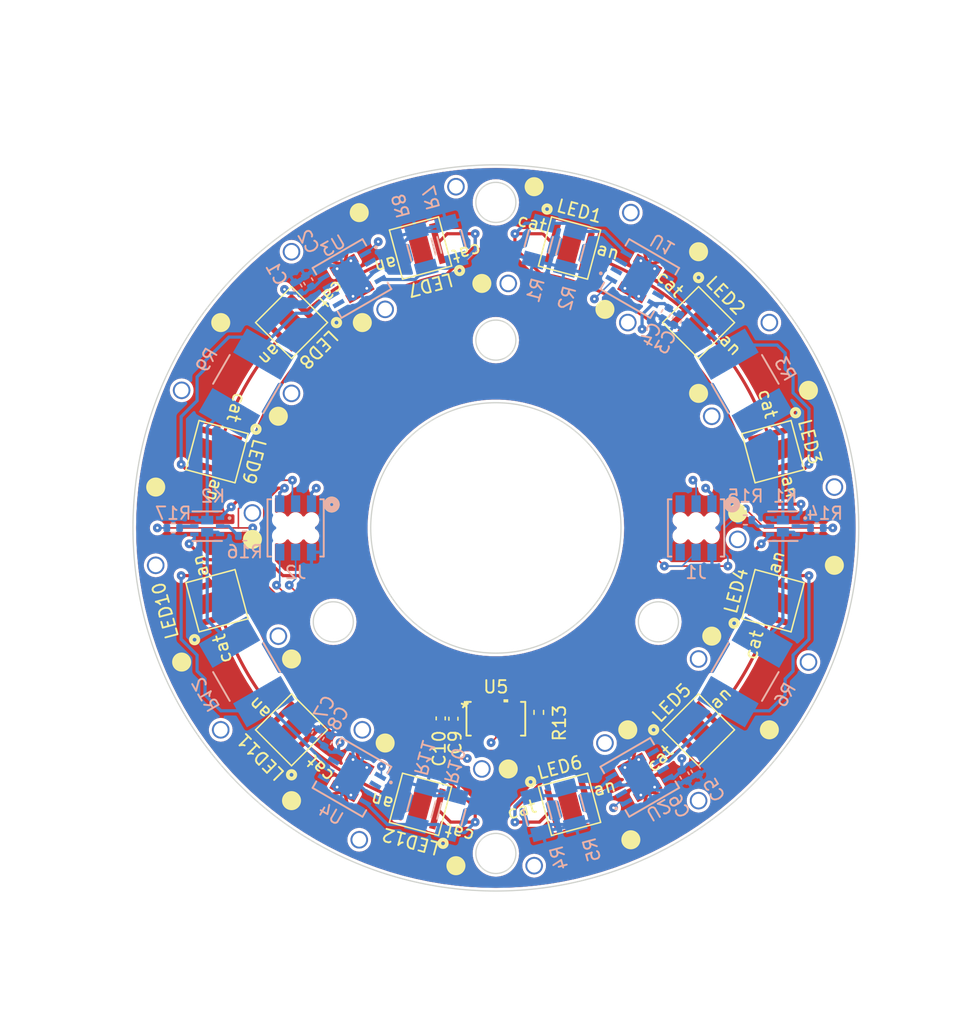
<source format=kicad_pcb>
(kicad_pcb (version 20221018) (generator pcbnew)
  (layers (0 "F.Cu" mixed) (1 "In1.Cu" mixed) (2 "In2.Cu" mixed) (31 "B.Cu" mixed) (34 "B.Paste" user) (35 "F.Paste" user) (36 "B.SilkS" user "B.Silkscreen") (37 "F.SilkS" user "F.Silkscreen") (38 "B.Mask" user) (39 "F.Mask" user) (44 "Edge.Cuts" user))
  (net 0 "")
  (net 1 "LED_GND")
  (net 2 "+Vs_For_LED_Drivers")
  (net 3 "Net-(K1-S1)")
  (net 4 "LED_REF_INV")
  (net 5 "Net-(U1-Q)")
  (net 6 "Net-(LED1-Pad1)")
  (net 7 "Net-(LED2-Pad1)")
  (net 8 "PWM_DIM")
  (net 12 "Net-(U2-Q)")
  (net 13 "Net-(K1-S2)")
  (net 14 "Net-(K2-S1)")
  (net 15 "Net-(U4-Q)")
  (net 16 "Net-(K2-S2)")
  (net 17 "Net-(U3-Q)")
  (net 18 "Net-(LED7-Pad1)")
  (net 19 "Net-(LED8-Pad1)")
  (net 20 "Net-(LED10-Pad2)")
  (net 21 "Net-(LED11-Pad2)")
  (net 31 "Net-(LED4-Pad2)")
  (net 32 "Net-(LED5-Pad2)")
  (net 33 "3V3")
  (net 34 "SDA")
  (net 35 "SCL")
  (net 36 "INT")
  (net 37 "Net-(U5-XSHUT)")
  (net 41 "Net-(K1-D2-Pad3)")
  (net 42 "Net-(K1-D1-Pad6)")
  (net 43 "Net-(K2-D2-Pad3)")
  (net 44 "Net-(K2-D1-Pad6)")
  (net 45 "Net-(K1-G2)")
  (net 46 "Net-(K1-G1)")
  (net 47 "Net-(K2-G2)")
  (net 48 "Net-(K2-G1)")
  (footprint "Library:HFS_LED" (layer "F.Cu") (at 5.8882 -22.3542 -15)
    (fp_text reference "LED1")
    (fp_text value "XPEBRY-L1-R250-00P01")
  )
  (footprint "Library:HFS_LED" (layer "F.Cu") (at -6.0174 22.0784 165)
    (fp_text reference "LED12")
    (fp_text value "XPEBRY-L1-R250-00P01")
  )
  (footprint "Library:HFS_LED" (layer "F.Cu") (at -22.2809 5.8149 105)
    (fp_text reference "LED10")
    (fp_text value "XPEBRY-L1-R250-00P01")
  )
  (footprint "Library:HFS_LED" (layer "F.Cu") (at -16.3281 -16.4014 -135)
    (fp_text reference "LED8")
    (fp_text value "XPEBRY-L1-R250-00P01")
  )
  (footprint "Library:HFS_LED" (layer "F.Cu") (at 22.1517 -6.0908 -75)
    (fp_text reference "LED3")
    (fp_text value "XPEBRY-L1-R250-00P01")
  )
  (footprint "Library:HFS_LED" (layer "F.Cu") (at 5.8882 22.0784 15)
    (fp_text reference "LED6")
    (fp_text value "XPEBRY-L1-R250-00P01")
  )
  (footprint "Library:HFS_LED" (layer "F.Cu") (at -22.2809 -6.0908 -105)
    (fp_text reference "LED9")
    (fp_text value "XPEBRY-L1-R250-00P01")
  )
  (footprint "Library:HFS_LED" (layer "F.Cu") (at 16.1989 16.1255 45)
    (fp_text reference "LED5")
    (fp_text value "XPEBRY-L1-R250-00P01")
  )
  (footprint "Capacitor_SMD:C_0402_1005Metric" (layer "F.Cu") (at -3.391 15.24 90)
    (fp_text reference "C9")
    (fp_text value "100nF")
  )
  (footprint "Library:HFS_LED" (layer "F.Cu") (at 22.1517 5.8149 75)
    (fp_text reference "LED4")
    (fp_text value "XPEBRY-L1-R250-00P01")
  )
  (footprint "Library:HFS_LED" (layer "F.Cu") (at -6.0174 -22.3542 -165)
    (fp_text reference "LED7")
    (fp_text value "XPEBRY-L1-R250-00P01")
  )
  (footprint "Capacitor_SMD:C_0402_1005Metric" (layer "F.Cu") (at -4.407 15.212 90)
    (fp_text reference "C10")
    (fp_text value "4700nF")
  )
  (footprint "Resistor_SMD:R_0402_1005Metric" (layer "F.Cu") (at 3.429 14.732 90)
    (fp_text reference "R13")
    (fp_text value "1k")
  )
  (footprint "Library:HFS_LED" (layer "F.Cu") (at -16.328 16.1255 135)
    (fp_text reference "LED11")
    (fp_text value "XPEBRY-L1-R250-00P01")
  )
  (footprint "Library:HFS_LED" (layer "F.Cu") (at 16.1989 -16.4014 -45)
    (fp_text reference "LED2")
    (fp_text value "XPEBRY-L1-R250-00P01")
  )
  (footprint "footprints:LGA12_STM" (layer "F.Cu") (at 0 15.24)
    (fp_text reference "U5")
    (fp_text value "VL53L0CXV0DH/1")
  )
  (footprint "footprints:RES_3540_TEC" (layer "B.Cu") (at 19.9186 -11.5 120)
    (fp_text reference "R3")
    (fp_text value "354010RFT")
  )
  (footprint "Resistor_SMD:R_0402_1005Metric" (layer "B.Cu") (at -25.781 0 180)
    (fp_text reference "R17")
    (fp_text value "1")
  )
  (footprint "footprints:DRJ8_3X2P2" (layer "B.Cu") (at 11.5 19.9186 30)
    (fp_text reference "U2")
    (fp_text value "TL4242TDRJRQ1")
  )
  (footprint "footprints:BO_CR1206" (layer "B.Cu") (at 5.9528 22.2163 -75)
    (fp_text reference "R5")
    (fp_text value "CRM1206-JW-1R0ELF")
  )
  (footprint "footprints:PQFN6_IRLHS6376TRPBF_INF" (layer "B.Cu") (at 22.9354 -0.1379 180)
    (fp_text reference "K1")
    (fp_text value "IRLHS6376TRPBF")
  )
  (footprint "footprints:BO_CR1206" (layer "B.Cu") (at -3.556 -22.86 105)
    (fp_text reference "R7")
    (fp_text value "CRM1206-JW-1R0ELF")
  )
  (footprint "footprints:CONN_CLP-103-02-X-D-BE_SAI" (layer "B.Cu") (at 16 0 180)
    (fp_text reference "J1")
    (fp_text value "CLP-103-02-F-D-BE")
  )
  (footprint "footprints:BO_CR1206" (layer "B.Cu") (at -3.556 22.86 75)
    (fp_text reference "R10")
    (fp_text value "CRM1206-JW-1R0ELF")
  )
  (footprint "footprints:RES_3540_TEC" (layer "B.Cu") (at 19.918584 11.5 -120)
    (fp_text reference "R6")
    (fp_text value "354010RFT")
  )
  (footprint "Resistor_SMD:R_0402_1005Metric" (layer "B.Cu") (at 25.654 0 180)
    (fp_text reference "R14")
    (fp_text value "1")
  )
  (footprint "Resistor_SMD:R_0402_1005Metric" (layer "B.Cu") (at -20.066 0.635 180)
    (fp_text reference "R16")
    (fp_text value "1")
  )
  (footprint "footprints:RES_3540_TEC" (layer "B.Cu") (at -19.918584 11.5 120)
    (fp_text reference "R12")
    (fp_text value "354010RFT")
  )
  (footprint "Capacitor_SMD:C_0402_1005Metric" (layer "B.Cu") (at 15.0822 19.7712 120)
    (fp_text reference "C6")
    (fp_text value "0.1uF")
  )
  (footprint "footprints:DRJ8_3X2P2" (layer "B.Cu") (at -11.5 -19.9186 -150)
    (fp_text reference "U3")
    (fp_text value "TL4242TDRJRQ1")
  )
  (footprint "footprints:BO_CR1206" (layer "B.Cu") (at 5.9528 -22.2163 -105)
    (fp_text reference "R2")
    (fp_text value "CRM1206-JW-1R0ELF")
  )
  (footprint "Capacitor_SMD:C_0402_1005Metric" (layer "B.Cu") (at 15.9621 19.2632 120)
    (fp_text reference "C5")
    (fp_text value "4.7uF")
  )
  (footprint "Capacitor_SMD:C_0402_1005Metric" (layer "B.Cu") (at -13.4711 17.018 -120)
    (fp_text reference "C8")
    (fp_text value "4.7uF")
  )
  (footprint "Capacitor_SMD:C_0402_1005Metric" (layer "B.Cu") (at -15.8659 -19.177 -60)
    (fp_text reference "C1")
    (fp_text value "4.7uF")
  )
  (footprint "footprints:DRJ8_3X2P2" (layer "B.Cu") (at -11.5 19.9186 150)
    (fp_text reference "U4")
    (fp_text value "TL4242TDRJRQ1")
  )
  (footprint "Capacitor_SMD:C_0402_1005Metric" (layer "B.Cu") (at 13.589 -17.145 60)
    (fp_text reference "C4")
    (fp_text value "0.1uF")
  )
  (footprint "footprints:CONN_CLP-103-02-X-D-BE_SAI" (layer "B.Cu") (at -16 0 180)
    (fp_text reference "J2")
    (fp_text value "CLP-103-02-F-D-BE")
  )
  (footprint "Capacitor_SMD:C_0402_1005Metric" (layer "B.Cu") (at -14.986 -19.685 -60)
    (fp_text reference "C2")
    (fp_text value "0.1uF")
  )
  (footprint "footprints:BO_CR1206" (layer "B.Cu") (at -5.9528 -22.2163 105)
    (fp_text reference "R8")
    (fp_text value "CRM1206-JW-1R0ELF")
  )
  (footprint "Capacitor_SMD:C_0402_1005Metric" (layer "B.Cu") (at 14.4689 -16.637 60)
    (fp_text reference "C3")
    (fp_text value "4.7uF")
  )
  (footprint "footprints:BO_CR1206" (layer "B.Cu") (at -5.9528 22.2163 75)
    (fp_text reference "R11")
    (fp_text value "CRM1206-JW-1R0ELF")
  )
  (footprint "footprints:BO_CR1206" (layer "B.Cu") (at 3.3241 22.86 -75)
    (fp_text reference "R4")
    (fp_text value "CRM1206-JW-1R0ELF")
  )
  (footprint "Resistor_SMD:R_0402_1005Metric" (layer "B.Cu") (at 19.939 -0.635 180)
    (fp_text reference "R15")
    (fp_text value "1")
  )
  (footprint "Capacitor_SMD:C_0402_1005Metric" (layer "B.Cu") (at -14.351 16.51 -120)
    (fp_text reference "C7")
    (fp_text value "0.1uF")
  )
  (footprint "footprints:PQFN6_IRLHS6376TRPBF_INF" (layer "B.Cu") (at -23.0646 -0.1379 180)
    (fp_text reference "K2")
    (fp_text value "IRLHS6376TRPBF")
  )
  (footprint "footprints:RES_3540_TEC" (layer "B.Cu") (at -19.918584 -11.5 60)
    (fp_text reference "R9")
    (fp_text value "354010RFT")
  )
  (footprint "footprints:DRJ8_3X2P2" (layer "B.Cu") (at 11.5 -19.9186 -30)
    (fp_text reference "U1")
    (fp_text value "TL4242TDRJRQ1")
  )
  (footprint "footprints:BO_CR1206" (layer "B.Cu") (at 3.429 -22.86 -105)
    (fp_text reference "R1")
    (fp_text value "CRM1206-JW-1R0ELF")
  )
  (gr_circle (center 0 0) (end 10 0) (stroke (width 0.1)) (fill none) (layer "Edge.Cuts"))
  (gr_circle (center 12.990381 7.5) (end 12.576271 5.954519) (stroke (width 0.1)) (fill none) (layer "Edge.Cuts"))
  (gr_circle (center 0 26) (end -0.41411 24.454519) (stroke (width 0.1)) (fill none) (layer "Edge.Cuts"))
  (gr_circle (center -12.990381 7.5) (end -13.404491 5.954519) (stroke (width 0.1)) (fill none) (layer "Edge.Cuts"))
  (gr_circle (center 0 -15) (end -0.41411 -16.545481) (stroke (width 0.1)) (fill none) (layer "Edge.Cuts"))
  (gr_circle (center 0 0) (end 28.011849 7.505752) (stroke (width 0.1)) (fill none) (layer "Edge.Cuts"))
  (gr_circle (center 0 -26) (end -0.41411 -27.545481) (stroke (width 0.1)) (fill none) (layer "Edge.Cuts"))
  (segment (start -10.632574 -18.818748) (end -10.315074 -19.136248) (width 0.254) (layer "F.Cu") (net 1))
  (segment (start 11.585074 -21.335952) (end 11.8175 -21.335952) (width 0.254) (layer "F.Cu") (net 1))
  (segment (start 10.315074 -19.136248) (end 10.779926 -19.136248) (width 0.254) (layer "F.Cu") (net 1))
  (segment (start 10.632574 18.818748) (end 10.315074 19.136248) (width 0.254) (layer "F.Cu") (net 1))
  (segment (start -1.27 15.24) (end -1.599999 15.24) (width 0.254) (layer "F.Cu") (net 1))
  (segment (start -10.315074 19.136248) (end -10.5475 19.136248) (width 0.254) (layer "F.Cu") (net 1))
  (segment (start 11.8175 -21.335952) (end 12.135 -21.018452) (width 0.254) (layer "F.Cu") (net 1))
  (segment (start 10.5475 -19.136248) (end 10.865 -18.818748) (width 0.254) (layer "F.Cu") (net 1))
  (segment (start 1.27 15.24) (end 1.599999 15.24) (width 0.254) (layer "F.Cu") (net 1))
  (segment (start -3.391 15.72) (end -2.794 15.72) (width 0.254) (layer "F.Cu") (net 1))
  (segment (start -11.585074 -21.335952) (end -11.8175 -21.335952) (width 0.254) (layer "F.Cu") (net 1))
  (segment (start 11.585074 21.335952) (end 12.049926 21.335952) (width 0.254) (layer "F.Cu") (net 1))
  (segment (start 10.779926 19.136248) (end 11.414926 18.501248) (width 0.254) (layer "F.Cu") (net 1))
  (segment (start -11.414926 18.501248) (end -10.950074 18.501248) (width 0.254) (layer "F.Cu") (net 1))
  (segment (start 12.135 21.018452) (end 11.902574 21.018452) (width 0.254) (layer "F.Cu") (net 1))
  (segment (start -11.8175 -21.335952) (end -12.135 -21.018452) (width 0.254) (layer "F.Cu") (net 1))
  (segment (start 0.800001 14.770001) (end 1.27 15.24) (width 0.254) (layer "F.Cu") (net 1))
  (segment (start -1.599999 15.24) (end -2.314 15.24) (width 0.254) (layer "F.Cu") (net 1))
  (segment (start -12.220074 20.700952) (end -11.585074 21.335952) (width 0.254) (layer "F.Cu") (net 1))
  (segment (start 0.800001 14.439999) (end 0.800001 14.770001) (width 0.254) (layer "F.Cu") (net 1))
  (segment (start -12.4525 20.700952) (end -12.135 21.018452) (width 0.254) (layer "F.Cu") (net 1))
  (segment (start -10.5475 19.136248) (end -10.865 18.818748) (width 0.254) (layer "F.Cu") (net 1))
  (segment (start -3.419 15.692) (end -3.391 15.72) (width 0.254) (layer "F.Cu") (net 1))
  (segment (start 11.902574 21.018452) (end 11.585074 21.335952) (width 0.254) (layer "F.Cu") (net 1))
  (segment (start -10.865 -18.818748) (end -10.632574 -18.818748) (width 0.254) (layer "F.Cu") (net 1))
  (segment (start 10.865 18.818748) (end 10.632574 18.818748) (width 0.254) (layer "F.Cu") (net 1))
  (segment (start -10.950074 -18.501248) (end -10.315074 -19.136248) (width 0.254) (layer "F.Cu") (net 1))
  (segment (start -12.220074 -20.700952) (end -11.585074 -21.335952) (width 0.254) (layer "F.Cu") (net 1))
  (segment (start -2.314 15.24) (end -2.794 15.72) (width 0.254) (layer "F.Cu") (net 1))
  (segment (start -0.800001 14.770001) (end -1.27 15.24) (width 0.254) (layer "F.Cu") (net 1))
  (segment (start 10.315074 -19.136248) (end 10.5475 -19.136248) (width 0.254) (layer "F.Cu") (net 1))
  (segment (start 12.049926 -21.335952) (end 12.684926 -20.700952) (width 0.254) (layer "F.Cu") (net 1))
  (segment (start 12.049926 21.335952) (end 12.684926 20.700952) (width 0.254) (layer "F.Cu") (net 1))
  (segment (start -12.684926 20.700952) (end -12.4525 20.700952) (width 0.254) (layer "F.Cu") (net 1))
  (segment (start -0.800001 14.439999) (end -0.800001 14.770001) (width 0.254) (layer "F.Cu") (net 1))
  (segment (start 10.315074 19.136248) (end 10.779926 19.136248) (width 0.254) (layer "F.Cu") (net 1))
  (segment (start -4.407 15.692) (end -3.419 15.692) (width 0.254) (layer "F.Cu") (net 1))
  (segment (start -11.414926 -18.501248) (end -10.950074 -18.501248) (width 0.254) (layer "F.Cu") (net 1))
  (segment (start -0.8 14.44) (end 0.8 14.44) (width 0.254) (layer "F.Cu") (net 1))
  (segment (start -12.684926 -20.700952) (end -12.220074 -20.700952) (width 0.254) (layer "F.Cu") (net 1))
  (segment (start 11.585074 -21.335952) (end 12.049926 -21.335952) (width 0.254) (layer "F.Cu") (net 1))
  (segment (start -12.684926 20.700952) (end -12.220074 20.700952) (width 0.254) (layer "F.Cu") (net 1))
  (segment (start -10.950074 18.501248) (end -10.315074 19.136248) (width 0.254) (layer "F.Cu") (net 1))
  (segment (start 10.779926 -19.136248) (end 11.414926 -18.501248) (width 0.254) (layer "F.Cu") (net 1))
  (segment (start -15.226 -20.100692) (end -15.205308 -20.100692) (width 0.254) (layer "B.Cu") (net 1))
  (segment (start 15.8302 19.678892) (end 15.3222 20.186892) (width 0.254) (layer "B.Cu") (net 1))
  (segment (start 15.3222 20.186892) (end 14.992108 20.186892) (width 0.254) (layer "B.Cu") (net 1))
  (segment (start 14.992108 20.186892) (end 14.224 20.955) (width 0.254) (layer "B.Cu") (net 1))
  (segment (start -16.1059 -19.592692) (end -15.734 -19.592692) (width 0.254) (layer "B.Cu") (net 1))
  (segment (start -4.59414 -23.688371) (end -3.95044 -24.332071) (width 0.254) (layer "B.Cu") (net 1))
  (segment (start -6.34724 -23.688371) (end -4.59414 -23.688371) (width 0.254) (layer "B.Cu") (net 1))
  (segment (start -12.938974 -20.955) (end -12.684926 -20.700952) (width 0.254) (layer "B.Cu") (net 1))
  (segment (start -13.2311 16.602308) (end -13.138792 16.51) (width 0.254) (layer "B.Cu") (net 1))
  (segment (start -15.205308 -20.100692) (end -14.351 -20.955) (width 0.254) (layer "B.Cu") (net 1))
  (segment (start 10.883876 20.534724) (end 11.5 19.9186) (width 0.254) (layer "B.Cu") (net 1))
  (segment (start -6.34724 -23.688371) (end -6.479197 -23.688371) (width 0.254) (layer "B.Cu") (net 1))
  (segment (start 12.938974 20.955) (end 12.684926 20.700952) (width 0.254) (layer "B.Cu") (net 1))
  (segment (start 16.2021 19.678892) (end 15.8302 19.678892) (width 0.254) (layer "B.Cu") (net 1))
  (segment (start 14.2289 -16.221308) (end 13.857 -16.221308) (width 0.254) (layer "B.Cu") (net 1))
  (segment (start 9.632844 20.534724) (end 10.883876 20.534724) (width 0.254) (layer "B.Cu") (net 1))
  (segment (start -10.032843 21.227542) (end -10.191058 21.227542) (width 0.254) (layer "B.Cu") (net 1))
  (segment (start -3.16156 21.387929) (end -4.91466 21.387929) (width 0.254) (layer "B.Cu") (net 1))
  (segment (start -13.7391 16.094308) (end -13.2311 16.602308) (width 0.254) (layer "B.Cu") (net 1))
  (segment (start 4.36224 23.688371) (end 3.71854 24.332071) (width 0.254) (layer "B.Cu") (net 1))
  (segment (start -14.111 16.094308) (end -13.7391 16.094308) (width 0.254) (layer "B.Cu") (net 1))
  (segment (start -6.479197 -23.688371) (end -9.632844 -20.534724) (width 0.254) (layer "B.Cu") (net 1))
  (segment (start -15.734 -19.592692) (end -15.226 -20.100692) (width 0.254) (layer "B.Cu") (net 1))
  (segment (start -9.632844 -20.534724) (end -10.315074 -19.852494) (width 0.254) (layer "B.Cu") (net 1))
  (segment (start -10.191058 21.227542) (end -11.5 19.9186) (width 0.254) (layer "B.Cu") (net 1))
  (segment (start 14.224 20.955) (end 12.938974 20.955) (width 0.254) (layer "B.Cu") (net 1))
  (segment (start -13.138792 16.51) (end -12.192 16.51) (width 0.254) (layer "B.Cu") (net 1))
  (segment (start -4.91466 21.387929) (end -5.55836 20.744229) (width 0.254) (layer "B.Cu") (net 1))
  (segment (start -11.414926 17.287074) (end -11.414926 18.501248) (width 0.254) (layer "B.Cu") (net 1))
  (segment (start 6.34724 23.688371) (end 4.36224 23.688371) (width 0.254) (layer "B.Cu") (net 1))
  (segment (start 13.857 -16.221308) (end 13.349 -16.729308) (width 0.254) (layer "B.Cu") (net 1))
  (segment (start -10.315074 -19.852494) (end -10.315074 -19.136248) (width 0.254) (layer "B.Cu") (net 1))
  (segment (start -14.351 -20.955) (end -12.938974 -20.955) (width 0.254) (layer "B.Cu") (net 1))
  (segment (start -12.192 16.51) (end -11.414926 17.287074) (width 0.254) (layer "B.Cu") (net 1))
  (via (at -12.446 17.145) (size 0.7) (drill 0.2032) (layers "F.Cu" "B.Cu") (net 2))
  (via (at -16.891 -19.05) (size 0.7) (drill 0.2032) (layers "F.Cu" "B.Cu") (net 2))
  (via (at 16.764 -3.175) (size 0.7) (drill 0.2032) (layers "F.Cu" "B.Cu") (net 2))
  (via (at 14.859 18.415) (size 0.7) (drill 0.2032) (layers "F.Cu" "B.Cu") (net 2))
  (via (at -14.351 -3.175) (size 0.7) (drill 0.2032) (layers "F.Cu" "B.Cu") (net 2))
  (via (at 11.684 -15.875) (size 0.7) (drill 0.2032) (layers "F.Cu" "B.Cu") (net 2))
  (segment (start -14.493145 -19.269308) (end -13.767156 -19.995297) (width 0.254) (layer "B.Cu") (net 2))
  (segment (start 17.27 -2.669) (end 16.764 -3.175) (width 0.254) (layer "B.Cu") (net 2))
  (segment (start 14.337 -17.052692) (end 13.829 -17.560692) (width 0.254) (layer "B.Cu") (net 2))
  (segment (start -12.567156 17.916837) (end -12.567156 17.266156) (width 0.254) (layer "B.Cu") (net 2))
  (segment (start -14.591 16.925692) (end -14.2191 16.925692) (width 0.254) (layer "B.Cu") (net 2))
  (segment (start -16.602308 -18.761308) (end -16.891 -19.05) (width 0.254) (layer "B.Cu") (net 2))
  (segment (start 15.3502 18.847508) (end 14.8422 19.355508) (width 0.254) (layer "B.Cu") (net 2))
  (segment (start 14.8422 19.355508) (end 14.859 19.338708) (width 0.254) (layer "B.Cu") (net 2))
  (segment (start -14.2191 16.925692) (end -13.7111 17.433692) (width 0.254) (layer "B.Cu") (net 2))
  (segment (start 11.684 -17.033681) (end 12.567156 -17.916837) (width 0.254) (layer "B.Cu") (net 2))
  (segment (start -12.567156 17.916837) (end -13.227955 17.916837) (width 0.254) (layer "B.Cu") (net 2))
  (segment (start 17.27 -1.93675) (end 17.27 -2.669) (width 0.254) (layer "B.Cu") (net 2))
  (segment (start 14.859 19.338708) (end 14.859 18.415) (width 0.254) (layer "B.Cu") (net 2))
  (segment (start 12.567156 -17.916837) (end 13.472855 -17.916837) (width 0.254) (layer "B.Cu") (net 2))
  (segment (start -14.73 -2.796) (end -14.351 -3.175) (width 0.254) (layer "B.Cu") (net 2))
  (segment (start 13.767156 19.995297) (end 14.202411 19.995297) (width 0.254) (layer "B.Cu") (net 2))
  (segment (start 11.684 -15.875) (end 11.684 -17.033681) (width 0.254) (layer "B.Cu") (net 2))
  (segment (start -15.254 -18.761308) (end -14.746 -19.269308) (width 0.254) (layer "B.Cu") (net 2))
  (segment (start 13.472855 -17.916837) (end 13.829 -17.560692) (width 0.254) (layer "B.Cu") (net 2))
  (segment (start 14.7089 -17.052692) (end 14.337 -17.052692) (width 0.254) (layer "B.Cu") (net 2))
  (segment (start 14.202411 19.995297) (end 14.8422 19.355508) (width 0.254) (layer "B.Cu") (net 2))
  (segment (start -13.227955 17.916837) (end -13.7111 17.433692) (width 0.254) (layer "B.Cu") (net 2))
  (segment (start 15.7221 18.847508) (end 15.3502 18.847508) (width 0.254) (layer "B.Cu") (net 2))
  (segment (start -14.746 -19.269308) (end -14.493145 -19.269308) (width 0.254) (layer "B.Cu") (net 2))
  (segment (start -12.567156 17.266156) (end -12.446 17.145) (width 0.254) (layer "B.Cu") (net 2))
  (segment (start -15.6259 -18.761308) (end -16.602308 -18.761308) (width 0.254) (layer "B.Cu") (net 2))
  (segment (start -15.6259 -18.761308) (end -15.254 -18.761308) (width 0.254) (layer "B.Cu") (net 2))
  (segment (start -14.73 -1.93675) (end -14.73 -2.796) (width 0.254) (layer "B.Cu") (net 2))
  (segment (start 4.538802 -22.71577) (end 3.759572 -23.495) (width 0.254) (layer "F.Cu") (net 3))
  (segment (start 22.281965 -1.905) (end 20.249552 -3.937413) (width 0.254) (layer "F.Cu") (net 3))
  (segment (start 3.759572 -23.495) (end 1.524 -23.495) (width 0.254) (layer "F.Cu") (net 3))
  (segment (start 24.384 -1.905) (end 22.281965 -1.905) (width 0.254) (layer "F.Cu") (net 3))
  (segment (start 1.524 -22.352001) (end 3.556002 -20.319999) (width 0.254) (layer "F.Cu") (net 3))
  (segment (start 1.524 -23.495) (end 1.524 -22.352001) (width 0.254) (layer "F.Cu") (net 3))
  (via (at 24.384 -1.905) (size 0.7) (drill 0.2032) (layers "F.Cu" "B.Cu") (net 3))
  (via (at 1.524 -23.495) (size 0.7) (drill 0.2032) (layers "F.Cu" "B.Cu") (net 3))
  (arc (start 3.556002 -20.319999) (mid 14.448993 -14.723252) (end 20.249552 -3.937413) (width 0.254) (layer "F.Cu") (net 3))
  (segment (start 23.9641 -0.787899) (end 24.384 -1.207799) (width 0.254) (layer "B.Cu") (net 3))
  (segment (start 5.70354 -24.332071) (end 6.34724 -23.688371) (width 0.254) (layer "B.Cu") (net 3))
  (segment (start 8.664836 -23.688371) (end 10.432844 -21.920363) (width 0.254) (layer "B.Cu") (net 3))
  (segment (start 1.524 -23.495) (end 2.361071 -24.332071) (width 0.254) (layer "B.Cu") (net 3))
  (segment (start 3.82344 -24.332071) (end 5.70354 -24.332071) (width 0.254) (layer "B.Cu") (net 3))
  (segment (start 6.34724 -23.688371) (end 8.664836 -23.688371) (width 0.254) (layer "B.Cu") (net 3))
  (segment (start 24.384 -1.207799) (end 24.384 -1.905) (width 0.254) (layer "B.Cu") (net 3))
  (segment (start 2.361071 -24.332071) (end 3.82344 -24.332071) (width 0.254) (layer "B.Cu") (net 3))
  (segment (start 13.462 3.048) (end 12.446 2.032) (width 0.127) (layer "F.Cu") (net 4))
  (segment (start 12.446 -5.334) (end 5.842 -11.938) (width 0.127) (layer "F.Cu") (net 4))
  (segment (start 21.463 0) (end 26.924 0) (width 0.127) (layer "F.Cu") (net 4))
  (segment (start -20.574 0) (end -19.431 0) (width 0.127) (layer "F.Cu") (net 4))
  (segment (start -5.842 -11.938) (end -11.938 -5.842) (width 0.127) (layer "F.Cu") (net 4))
  (segment (start -20.574 -1.524) (end -20.574 0) (width 0.127) (layer "F.Cu") (net 4))
  (segment (start 19.939 -1.524) (end 21.463 0) (width 0.127) (layer "F.Cu") (net 4))
  (segment (start -27.051 0) (end -20.574 0) (width 0.127) (layer "F.Cu") (net 4))
  (segment (start 12.446 2.032) (end 12.446 -5.334) (width 0.127) (layer "F.Cu") (net 4))
  (segment (start -11.938 -5.842) (end -16.256 -5.842) (width 0.127) (layer "F.Cu") (net 4))
  (segment (start -16.256 -5.842) (end -20.574 -1.524) (width 0.127) (layer "F.Cu") (net 4))
  (segment (start 5.842 -11.938) (end -5.842 -11.938) (width 0.127) (layer "F.Cu") (net 4))
  (segment (start 13.462 3.048) (end 18.542 3.048) (width 0.127) (layer "F.Cu") (net 4))
  (via (at -19.431 0) (size 0.7) (drill 0.2032) (layers "F.Cu" "B.Cu") (net 4))
  (via (at -27.051 0) (size 0.7) (drill 0.2032) (layers "F.Cu" "B.Cu") (net 4))
  (via (at 19.939 -1.524) (size 0.7) (drill 0.2032) (layers "F.Cu" "B.Cu") (net 4))
  (via (at 18.542 3.048) (size 0.7) (drill 0.2032) (layers "F.Cu" "B.Cu") (net 4))
  (via (at 13.462 3.048) (size 0.7) (drill 0.2032) (layers "F.Cu" "B.Cu") (net 4))
  (via (at 26.924 0) (size 0.7) (drill 0.2032) (layers "F.Cu" "B.Cu") (net 4))
  (segment (start 18.542 3.048) (end 18.542 2.286) (width 0.127) (layer "B.Cu") (net 4))
  (segment (start -19.431 0) (end -19.431 0.51) (width 0.127) (layer "B.Cu") (net 4))
  (segment (start 18.542 2.286) (end 18.288 2.032) (width 0.127) (layer "B.Cu") (net 4))
  (segment (start 19.939 -1.524) (end 19.939 -1.145) (width 0.127) (layer "B.Cu") (net 4))
  (segment (start 16 1.93675) (end 14.88875 3.048) (width 0.127) (layer "B.Cu") (net 4))
  (segment (start 18.923 -0.635) (end 19.429 -0.635) (width 0.127) (layer "B.Cu") (net 4))
  (segment (start 26.164 0) (end 26.924 0) (width 0.127) (layer "B.Cu") (net 4))
  (segment (start 19.939 -1.145) (end 19.429 -0.635) (width 0.127) (layer "B.Cu") (net 4))
  (segment (start -19.431 0.51) (end -19.556 0.635) (width 0.127) (layer "B.Cu") (net 4))
  (segment (start -26.291 0) (end -27.051 0) (width 0.127) (layer "B.Cu") (net 4))
  (segment (start 14.88875 3.048) (end 13.462 3.048) (width 0.127) (layer "B.Cu") (net 4))
  (segment (start 18.288 0) (end 18.923 -0.635) (width 0.127) (layer "B.Cu") (net 4))
  (segment (start 18.288 2.032) (end 18.288 0) (width 0.127) (layer "B.Cu") (net 4))
  (segment (start 22.51327 -4.741402) (end 24.680402 -4.741402) (width 0.254) (layer "F.Cu") (net 5))
  (segment (start 24.680402 -4.741402) (end 25.019 -5.08) (width 0.254) (layer "F.Cu") (net 5))
  (via (at 25.019 -5.08) (size 0.7) (drill 0.2032) (layers "F.Cu" "B.Cu") (net 5))
  (segment (start 25.019 -5.08) (end 25.019 -9.525) (width 0.254) (layer "B.Cu") (net 5))
  (segment (start 18.547 -13.875681) (end 18.547 -14.122632) (width 0.254) (layer "B.Cu") (net 5))
  (segment (start 23.114 -12.7) (end 23.114 -13.97) (width 0.254) (layer "B.Cu") (net 5))
  (segment (start 22.479 -14.605) (end 19.276319 -14.605) (width 0.254) (layer "B.Cu") (net 5))
  (segment (start 23.114 -13.97) (end 22.479 -14.605) (width 0.254) (layer "B.Cu") (net 5))
  (segment (start 23.749 -12.065) (end 23.114 -12.7) (width 0.254) (layer "B.Cu") (net 5))
  (segment (start 25.019 -9.525) (end 23.749 -10.795) (width 0.254) (layer "B.Cu") (net 5))
  (segment (start 23.749 -10.795) (end 23.749 -12.065) (width 0.254) (layer "B.Cu") (net 5))
  (segment (start 19.276319 -14.605) (end 18.547 -13.875681) (width 0.254) (layer "B.Cu") (net 5))
  (segment (start 18.547 -14.122632) (end 13.367156 -19.302476) (width 0.254) (layer "B.Cu") (net 5))
  (arc (start 7.197514 -21.843896) (mid 11.432975 -19.956127) (end 15.203673 -17.257121) (width 0.254) (layer "F.Cu") (net 6))
  (arc (start 17.155186 -15.318599) (mid 19.879318 -11.566013) (end 21.795336 -7.343256) (width 0.254) (layer "F.Cu") (net 7))
  (via (at 9.398 22.352) (size 0.7) (drill 0.2032) (layers "F.Cu" "B.Cu") (net 8))
  (via (at 7.874 -18.288) (size 0.7) (drill 0.2032) (layers "F.Cu" "B.Cu") (net 8))
  (via (at -9.144 19.05) (size 0.7) (drill 0.2032) (layers "F.Cu" "B.Cu") (net 8))
  (via (at -9.398 -22.86) (size 0.7) (drill 0.2032) (layers "F.Cu" "B.Cu") (net 8))
  (via (at 15.748 -3.81) (size 0.7) (drill 0.2032) (layers "F.Cu" "B.Cu") (net 8))
  (segment (start -10.337637 -21.920363) (end -9.398 -22.86) (width 0.127) (layer "B.Cu") (net 8))
  (segment (start 16 -3.558) (end 15.748 -3.81) (width 0.127) (layer "B.Cu") (net 8))
  (segment (start 9.829637 21.920363) (end 9.398 22.352) (width 0.127) (layer "B.Cu") (net 8))
  (segment (start -9.144 19.753059) (end -9.144 19.05) (width 0.127) (layer "B.Cu") (net 8))
  (segment (start 10.432844 21.920363) (end 9.829637 21.920363) (width 0.127) (layer "B.Cu") (net 8))
  (segment (start 16 -1.93675) (end 16 -3.558) (width 0.127) (layer "B.Cu") (net 8))
  (segment (start 9.232844 -19.646844) (end 7.874 -18.288) (width 0.127) (layer "B.Cu") (net 8))
  (segment (start -10.432844 -21.920363) (end -10.337637 -21.920363) (width 0.127) (layer "B.Cu") (net 8))
  (segment (start 9.232844 -19.841903) (end 9.232844 -19.646844) (width 0.127) (layer "B.Cu") (net 8))
  (segment (start -9.232844 19.841903) (end -9.144 19.753059) (width 0.127) (layer "B.Cu") (net 8))
  (segment (start 23.168772 3.81) (end 25.019 3.81) (width 0.254) (layer "F.Cu") (net 12))
  (segment (start 22.51327 4.465502) (end 23.168772 3.81) (width 0.254) (layer "F.Cu") (net 12))
  (via (at 25.019 3.81) (size 0.7) (drill 0.2032) (layers "F.Cu" "B.Cu") (net 12))
  (segment (start 23.749 10.16) (end 23.749 11.43) (width 0.254) (layer "B.Cu") (net 12))
  (segment (start 23.114 12.065) (end 23.114 13.335) (width 0.254) (layer "B.Cu") (net 12))
  (segment (start 23.114 13.335) (end 21.844 14.605) (width 0.254) (layer "B.Cu") (net 12))
  (segment (start 25.019 3.81) (end 25.019 8.89) (width 0.254) (layer "B.Cu") (net 12))
  (segment (start 13.813007 18.609658) (end 12.967157 18.609658) (width 0.254) (layer "B.Cu") (net 12))
  (segment (start 19.276303 14.605) (end 18.546984 13.875681) (width 0.254) (layer "B.Cu") (net 12))
  (segment (start 23.749 11.43) (end 23.114 12.065) (width 0.254) (layer "B.Cu") (net 12))
  (segment (start 18.546984 13.875681) (end 13.813007 18.609658) (width 0.254) (layer "B.Cu") (net 12))
  (segment (start 21.844 14.605) (end 19.276303 14.605) (width 0.254) (layer "B.Cu") (net 12))
  (segment (start 25.019 8.89) (end 23.749 10.16) (width 0.254) (layer "B.Cu") (net 12))
  (segment (start 4.538802 22.43997) (end 3.483772 23.495) (width 0.254) (layer "F.Cu") (net 13))
  (segment (start 20.320001 2.158999) (end 20.320001 3.331009) (width 0.254) (layer "F.Cu") (net 13))
  (segment (start 21.209 1.27) (end 20.320001 2.158999) (width 0.254) (layer "F.Cu") (net 13))
  (segment (start 3.937415 20.024559) (end 1.524 22.437974) (width 0.254) (layer "F.Cu") (net 13))
  (segment (start 3.483772 23.495) (end 1.524 23.495) (width 0.254) (layer "F.Cu") (net 13))
  (segment (start 1.524 22.437974) (end 1.524 23.495) (width 0.254) (layer "F.Cu") (net 13))
  (via (at 1.524 23.495) (size 0.7) (drill 0.2032) (layers "F.Cu" "B.Cu") (net 13))
  (via (at 21.209 1.27) (size 0.7) (drill 0.2032) (layers "F.Cu" "B.Cu") (net 13))
  (arc (start 20.320001 3.331009) (mid 14.723254 14.224) (end 3.937415 20.024559) (width 0.254) (layer "F.Cu") (net 13))
  (segment (start 2.92966 21.387929) (end 4.91466 21.387929) (width 0.254) (layer "B.Cu") (net 13))
  (segment (start 21.9067 0.512099) (end 21.9067 0.5723) (width 0.254) (layer "B.Cu") (net 13))
  (segment (start 21.9067 0.5723) (end 21.209 1.27) (width 0.254) (layer "B.Cu") (net 13))
  (segment (start 5.55836 20.744229) (end 8.330518 20.744229) (width 0.254) (layer "B.Cu") (net 13))
  (segment (start 1.524 22.225) (end 2.361071 21.387929) (width 0.254) (layer "B.Cu") (net 13))
  (segment (start 2.361071 21.387929) (end 2.92966 21.387929) (width 0.254) (layer "B.Cu") (net 13))
  (segment (start 1.524 23.495) (end 1.524 22.225) (width 0.254) (layer "B.Cu") (net 13))
  (segment (start 4.91466 21.387929) (end 5.55836 20.744229) (width 0.254) (layer "B.Cu") (net 13))
  (segment (start 8.330518 20.744229) (end 9.232844 19.841903) (width 0.254) (layer "B.Cu") (net 13))
  (segment (start -1.651 -22.535963) (end -1.651 -23.495) (width 0.254) (layer "F.Cu") (net 14))
  (segment (start -4.668002 -22.718631) (end -3.954558 -23.432075) (width 0.254) (layer "F.Cu") (net 14))
  (segment (start -3.954558 -23.432075) (end -3.891633 -23.495) (width 0.254) (layer "F.Cu") (net 14))
  (segment (start -20.319999 -2.509467) (end -20.319999 -3.556) (width 0.254) (layer "F.Cu") (net 14))
  (segment (start -4.668002 -22.71577) (end -4.668002 -22.718631) (width 0.254) (layer "F.Cu") (net 14))
  (segment (start -3.937413 -20.24955) (end -1.651 -22.535963) (width 0.254) (layer "F.Cu") (net 14))
  (segment (start -3.891633 -23.495) (end -1.651 -23.495) (width 0.254) (layer "F.Cu") (net 14))
  (segment (start -21.148638 -1.680828) (end -20.319999 -2.509467) (width 0.254) (layer "F.Cu") (net 14))
  (via (at -1.651 -23.495) (size 0.7) (drill 0.2032) (layers "F.Cu" "B.Cu") (net 14))
  (via (at -21.148638 -1.680828) (size 0.7) (drill 0.2032) (layers "F.Cu" "B.Cu") (net 14))
  (arc (start -20.319999 -3.556) (mid -14.723252 -14.448991) (end -3.937413 -20.24955) (width 0.254) (layer "F.Cu") (net 14))
  (segment (start -2.488071 -21.387929) (end -3.16156 -21.387929) (width 0.254) (layer "B.Cu") (net 14))
  (segment (start -5.55836 -20.744229) (end -3.80526 -20.744229) (width 0.254) (layer "B.Cu") (net 14))
  (segment (start -22.0359 -0.787899) (end -22.0359 -0.793566) (width 0.254) (layer "B.Cu") (net 14))
  (segment (start -1.651 -22.225) (end -2.488071 -21.387929) (width 0.254) (layer "B.Cu") (net 14))
  (segment (start -1.651 -23.495) (end -1.651 -22.225) (width 0.254) (layer "B.Cu") (net 14))
  (segment (start -9.232844 -19.841903) (end -6.460686 -19.841903) (width 0.254) (layer "B.Cu") (net 14))
  (segment (start -22.0359 -0.793566) (end -21.148638 -1.680828) (width 0.254) (layer "B.Cu") (net 14))
  (segment (start -3.80526 -20.744229) (end -3.16156 -21.387929) (width 0.254) (layer "B.Cu") (net 14))
  (segment (start -6.460686 -19.841903) (end -5.55836 -20.744229) (width 0.254) (layer "B.Cu") (net 14))
  (segment (start -23.241 3.81) (end -25.146 3.81) (width 0.254) (layer "F.Cu") (net 15))
  (segment (start -22.64247 4.465502) (end -22.64247 4.40853) (width 0.254) (layer "F.Cu") (net 15))
  (segment (start -22.64247 4.40853) (end -23.241 3.81) (width 0.254) (layer "F.Cu") (net 15))
  (via (at -25.146 3.81) (size 0.7) (drill 0.2032) (layers "F.Cu" "B.Cu") (net 15))
  (segment (start -19.276303 14.605) (end -18.546984 13.875681) (width 0.254) (layer "B.Cu") (net 15))
  (segment (start -25.146 3.81) (end -25.146 8.89) (width 0.254) (layer "B.Cu") (net 15))
  (segment (start -23.876 11.43) (end -23.241 12.065) (width 0.254) (layer "B.Cu") (net 15))
  (segment (start -18.546984 13.875681) (end -13.367156 19.055509) (width 0.254) (layer "B.Cu") (net 15))
  (segment (start -25.146 8.89) (end -23.876 10.16) (width 0.254) (layer "B.Cu") (net 15))
  (segment (start -13.367156 19.055509) (end -13.367156 19.302476) (width 0.254) (layer "B.Cu") (net 15))
  (segment (start -21.971 14.605) (end -19.276303 14.605) (width 0.254) (layer "B.Cu") (net 15))
  (segment (start -23.241 13.335) (end -21.971 14.605) (width 0.254) (layer "B.Cu") (net 15))
  (segment (start -23.876 10.16) (end -23.876 11.43) (width 0.254) (layer "B.Cu") (net 15))
  (segment (start -23.241 12.065) (end -23.241 13.335) (width 0.254) (layer "B.Cu") (net 15))
  (segment (start -20.701 2.54) (end -20.24955 2.99145) (width 0.254) (layer "F.Cu") (net 16))
  (segment (start -23.241 2.54) (end -20.701 2.54) (width 0.254) (layer "F.Cu") (net 16))
  (segment (start -20.24955 2.99145) (end -20.24955 3.712422) (width 0.254) (layer "F.Cu") (net 16))
  (segment (start -4.908507 19.814001) (end -4.218007 19.814001) (width 0.254) (layer "F.Cu") (net 16))
  (segment (start -1.651 22.381008) (end -1.651 23.495) (width 0.254) (layer "F.Cu") (net 16))
  (segment (start -4.218007 19.814001) (end -1.651 22.381008) (width 0.254) (layer "F.Cu") (net 16))
  (segment (start -4.668002 22.43997) (end -3.612972 23.495) (width 0.254) (layer "F.Cu") (net 16))
  (segment (start -3.612972 23.495) (end -1.651 23.495) (width 0.254) (layer "F.Cu") (net 16))
  (segment (start -24.511 1.27) (end -23.241 2.54) (width 0.254) (layer "F.Cu") (net 16))
  (via (at -1.651 23.495) (size 0.7) (drill 0.2032) (layers "F.Cu" "B.Cu") (net 16))
  (via (at -24.511 1.27) (size 0.7) (drill 0.2032) (layers "F.Cu" "B.Cu") (net 16))
  (arc (start -20.24955 3.712422) (mid -14.933824 14.006256) (end -4.908507 19.814001) (width 0.254) (layer "F.Cu") (net 16))
  (segment (start -24.0933 0.512099) (end -24.0933 0.8523) (width 0.254) (layer "B.Cu") (net 16))
  (segment (start -24.0933 0.8523) (end -24.511 1.27) (width 0.254) (layer "B.Cu") (net 16))
  (segment (start -3.95044 24.332071) (end -2.488071 24.332071) (width 0.254) (layer "B.Cu") (net 16))
  (segment (start -6.34724 23.688371) (end -8.664836 23.688371) (width 0.254) (layer "B.Cu") (net 16))
  (segment (start -8.664836 23.688371) (end -10.432844 21.920363) (width 0.254) (layer "B.Cu") (net 16))
  (segment (start -4.59414 23.688371) (end -3.95044 24.332071) (width 0.254) (layer "B.Cu") (net 16))
  (segment (start -6.34724 23.688371) (end -4.59414 23.688371) (width 0.254) (layer "B.Cu") (net 16))
  (segment (start -2.488071 24.332071) (end -1.651 23.495) (width 0.254) (layer "B.Cu") (net 16))
  (segment (start -22.64247 -4.741402) (end -24.807402 -4.741402) (width 0.254) (layer "F.Cu") (net 17))
  (segment (start -24.807402 -4.741402) (end -25.146 -5.08) (width 0.254) (layer "F.Cu") (net 17))
  (via (at -25.146 -5.08) (size 0.7) (drill 0.2032) (layers "F.Cu" "B.Cu") (net 17))
  (segment (start -14.986 -17.145) (end -13.521342 -18.609658) (width 0.254) (layer "B.Cu") (net 17))
  (segment (start -13.521342 -18.609658) (end -12.967157 -18.609658) (width 0.254) (layer "B.Cu") (net 17))
  (segment (start -23.876 -10.16) (end -23.876 -12.065) (width 0.254) (layer "B.Cu") (net 17))
  (segment (start -21.336 -15.24) (end -19.911303 -15.24) (width 0.254) (layer "B.Cu") (net 17))
  (segment (start -25.146 -8.89) (end -23.876 -10.16) (width 0.254) (layer "B.Cu") (net 17))
  (segment (start -25.146 -5.08) (end -25.146 -8.89) (width 0.254) (layer "B.Cu") (net 17))
  (segment (start -23.876 -12.065) (end -23.241 -12.7) (width 0.254) (layer "B.Cu") (net 17))
  (segment (start -15.990081 -17.145) (end -14.986 -17.145) (width 0.254) (layer "B.Cu") (net 17))
  (segment (start -19.911303 -15.24) (end -18.546984 -13.875681) (width 0.254) (layer "B.Cu") (net 17))
  (segment (start -23.241 -12.7) (end -23.241 -13.335) (width 0.254) (layer "B.Cu") (net 17))
  (segment (start -23.241 -13.335) (end -21.336 -15.24) (width 0.254) (layer "B.Cu") (net 17))
  (segment (start -19.3294 -13.805681) (end -15.990081 -17.145) (width 0.254) (layer "B.Cu") (net 17))
  (arc (start -15.168319 -17.288213) (mid -11.392104 -19.979495) (end -7.152787 -21.858589) (width 0.254) (layer "F.Cu") (net 18))
  (arc (start -21.780257 -7.387867) (mid -19.8556 -11.606693) (end -17.123791 -15.353695) (width 0.254) (layer "F.Cu") (net 19))
  (arc (start -17.288243 15.168341) (mid -19.979524 11.392125) (end -21.858619 7.152809) (width 0.254) (layer "F.Cu") (net 20))
  (arc (start -7.387899 21.780299) (mid -11.606725 19.855641) (end -15.353727 17.123832) (width 0.254) (layer "F.Cu") (net 21))
  (arc (start 21.780257 7.387881) (mid 19.855599 11.606707) (end 17.123791 15.353709) (width 0.254) (layer "F.Cu") (net 31))
  (arc (start 15.168311 17.288183) (mid 11.392096 19.979465) (end 7.152779 21.858559) (width 0.254) (layer "F.Cu") (net 32))
  (segment (start -3.076 14.76) (end -2.921 14.605) (width 0.254) (layer "F.Cu") (net 33))
  (segment (start 4.064 14.605) (end 3.429 15.24) (width 0.254) (layer "F.Cu") (net 33))
  (segment (start -11.43 13.97) (end -4.826 13.97) (width 0.254) (layer "F.Cu") (net 33))
  (segment (start -17.399 -3.175) (end -18.034 -2.54) (width 0.254) (layer "F.Cu") (net 33))
  (segment (start -16.891 -3.175) (end -17.399 -3.175) (width 0.254) (layer "F.Cu") (net 33))
  (segment (start -4.407 14.732) (end -4.953 14.732) (width 0.254) (layer "F.Cu") (net 33))
  (segment (start 3.429 15.24) (end 3.429 15.242) (width 0.254) (layer "F.Cu") (net 33))
  (segment (start -3.391 14.76) (end -4.379 14.76) (width 0.254) (layer "F.Cu") (net 33))
  (segment (start 4.064 13.97) (end 4.064 14.605) (width 0.254) (layer "F.Cu") (net 33))
  (segment (start -0.889 13.335) (end 3.429 13.335) (width 0.254) (layer "F.Cu") (net 33))
  (segment (start -1.524 14.364) (end -1.524 13.97) (width 0.254) (layer "F.Cu") (net 33))
  (segment (start -3.391 14.76) (end -3.076 14.76) (width 0.254) (layer "F.Cu") (net 33))
  (segment (start -15.4559 9.9441) (end -11.43 13.97) (width 0.254) (layer "F.Cu") (net 33))
  (segment (start -17.018 3.81) (end -15.748 3.81) (width 0.254) (layer "F.Cu") (net 33))
  (segment (start -5.461 15.24) (end -5.461 15.875) (width 0.254) (layer "F.Cu") (net 33))
  (segment (start -2.07 16.51) (end -1.6 16.04) (width 0.254) (layer "F.Cu") (net 33))
  (segment (start -2.921 14.605) (end -1.765 14.605) (width 0.254) (layer "F.Cu") (net 33))
  (segment (start -15.748 3.81) (end -15.4559 4.1021) (width 0.254) (layer "F.Cu") (net 33))
  (segment (start -15.4559 4.1021) (end -15.4559 9.9441) (width 0.254) (layer "F.Cu") (net 33))
  (segment (start -18.034 -2.54) (end -18.034 2.794) (width 0.254) (layer "F.Cu") (net 33))
  (segment (start -4.826 13.97) (end -4.407 14.389) (width 0.254) (layer "F.Cu") (net 33))
  (segment (start -4.826 16.51) (end -2.07 16.51) (width 0.254) (layer "F.Cu") (net 33))
  (segment (start -4.953 14.732) (end -5.461 15.24) (width 0.254) (layer "F.Cu") (net 33))
  (segment (start -4.379 14.76) (end -4.407 14.732) (width 0.254) (layer "F.Cu") (net 33))
  (segment (start 3.429 13.335) (end 4.064 13.97) (width 0.254) (layer "F.Cu") (net 33))
  (segment (start -5.461 15.875) (end -4.826 16.51) (width 0.254) (layer "F.Cu") (net 33))
  (segment (start -4.407 14.389) (end -4.407 14.732) (width 0.254) (layer "F.Cu") (net 33))
  (segment (start -1.599999 14.439999) (end -1.524 14.364) (width 0.254) (layer "F.Cu") (net 33))
  (segment (start -1.765 14.605) (end -1.6 14.44) (width 0.254) (layer "F.Cu") (net 33))
  (segment (start -18.034 2.794) (end -17.018 3.81) (width 0.254) (layer "F.Cu") (net 33))
  (segment (start -1.524 13.97) (end -0.889 13.335) (width 0.254) (layer "F.Cu") (net 33))
  (via (at -16.891 -3.175) (size 0.7) (drill 0.2032) (layers "F.Cu" "B.Cu") (net 33))
  (segment (start -17.27 -1.93675) (end -17.27 -2.796) (width 0.254) (layer "B.Cu") (net 33))
  (segment (start -17.27 -2.796) (end -16.891 -3.175) (width 0.254) (layer "B.Cu") (net 33))
  (segment (start -18.542 4.318) (end -16.256 6.604) (width 0.127) (layer "F.Cu") (net 34))
  (segment (start -4.826 18.415) (end -2.286 18.415) (width 0.127) (layer "F.Cu") (net 34))
  (segment (start -16.256 6.604) (end -16.256 10.668) (width 0.127) (layer "F.Cu") (net 34))
  (segment (start 0 16.764) (end -0.381 17.145) (width 0.127) (layer "F.Cu") (net 34))
  (segment (start -16.256 -3.81) (end -17.526 -3.81) (width 0.127) (layer "F.Cu") (net 34))
  (segment (start -16.256 10.668) (end -12.047019 14.876981) (width 0.127) (layer "F.Cu") (net 34))
  (segment (start 0 16.04) (end 0 16.764) (width 0.127) (layer "F.Cu") (net 34))
  (segment (start -17.526 -3.81) (end -18.542 -2.794) (width 0.127) (layer "F.Cu") (net 34))
  (segment (start -12.047019 14.876981) (end -8.364019 14.876981) (width 0.127) (layer "F.Cu") (net 34))
  (segment (start -18.542 -2.794) (end -18.542 4.318) (width 0.127) (layer "F.Cu") (net 34))
  (segment (start -8.364019 14.876981) (end -4.826 18.415) (width 0.127) (layer "F.Cu") (net 34))
  (via (at -2.286 18.415) (size 0.7) (drill 0.2032) (layers "F.Cu" "B.Cu") (net 34))
  (via (at -0.381 17.145) (size 0.7) (drill 0.2032) (layers "F.Cu" "B.Cu") (net 34))
  (via (at -16.256 -3.81) (size 0.7) (drill 0.2032) (layers "F.Cu" "B.Cu") (net 34))
  (segment (start -16 -1.93675) (end -16.256 -2.19275) (width 0.127) (layer "B.Cu") (net 34))
  (segment (start -16.256 -2.19275) (end -16.256 -3.81) (width 0.127) (layer "B.Cu") (net 34))
  (segment (start -11.556566 14.351434) (end -8.085326 14.351434) (width 0.127) (layer "F.Cu") (net 35))
  (segment (start -15.748 10.16) (end -11.556566 14.351434) (width 0.127) (layer "F.Cu") (net 35))
  (segment (start -1.905 17.145) (end -0.8 16.04) (width 0.127) (layer "F.Cu") (net 35))
  (segment (start -8.085326 14.351434) (end -5.29176 17.145) (width 0.127) (layer "F.Cu") (net 35))
  (segment (start -5.29176 17.145) (end -1.905 17.145) (width 0.127) (layer "F.Cu") (net 35))
  (segment (start -15.748 5.334) (end -15.748 10.16) (width 0.127) (layer "F.Cu") (net 35))
  (segment (start -16.51 4.572) (end -15.748 5.334) (width 0.127) (layer "F.Cu") (net 35))
  (via (at -16.51 4.572) (size 0.7) (drill 0.2032) (layers "F.Cu" "B.Cu") (net 35))
  (segment (start -16.51 4.572) (end -16 4.062) (width 0.127) (layer "B.Cu") (net 35))
  (segment (start -16 4.062) (end -16 1.93675) (width 0.127) (layer "B.Cu") (net 35))
  (segment (start -16.002 10.414) (end -11.811 14.605) (width 0.127) (layer "F.Cu") (net 36))
  (segment (start 1.435 17.78) (end 2.07 17.145) (width 0.127) (layer "F.Cu") (net 36))
  (segment (start -8.255 14.605) (end -5.08 17.78) (width 0.127) (layer "F.Cu") (net 36))
  (segment (start -16.002 6.096) (end -16.002 10.414) (width 0.127) (layer "F.Cu") (net 36))
  (segment (start -11.811 14.605) (end -8.255 14.605) (width 0.127) (layer "F.Cu") (net 36))
  (segment (start 2.07 16.51) (end 1.6 16.04) (width 0.127) (layer "F.Cu") (net 36))
  (segment (start -17.526 4.572) (end -16.002 6.096) (width 0.127) (layer "F.Cu") (net 36))
  (segment (start 2.07 17.145) (end 2.07 16.51) (width 0.127) (layer "F.Cu") (net 36))
  (segment (start -5.08 17.78) (end 1.435 17.78) (width 0.127) (layer "F.Cu") (net 36))
  (via (at -17.526 4.572) (size 0.7) (drill 0.2032) (layers "F.Cu" "B.Cu") (net 36))
  (segment (start -17.526 4.572) (end -17.27 4.316) (width 0.127) (layer "B.Cu") (net 36))
  (segment (start -17.27 4.316) (end -17.27 1.93675) (width 0.127) (layer "B.Cu") (net 36))
  (segment (start 1.818 14.222) (end 1.6 14.44) (width 0.254) (layer "F.Cu") (net 37))
  (segment (start 3.429 14.222) (end 1.818 14.222) (width 0.254) (layer "F.Cu") (net 37))
  (segment (start 23.798987 0.346986) (end 23.9641 0.512099) (width 0.254) (layer "B.Cu") (net 41))
  (segment (start 22.9354 0.346986) (end 23.798987 0.346986) (width 0.254) (layer "B.Cu") (net 41))
  (segment (start 22.9354 7.479103) (end 22.9354 0.346986) (width 0.254) (layer "B.Cu") (net 41))
  (segment (start 21.290184 9.124319) (end 22.9354 7.479103) (width 0.254) (layer "B.Cu") (net 41))
  (segment (start 22.9354 -7.479119) (end 22.9354 -0.622786) (width 0.254) (layer "B.Cu") (net 42))
  (segment (start 22.9354 -0.622786) (end 22.071813 -0.622786) (width 0.254) (layer "B.Cu") (net 42))
  (segment (start 21.2902 -9.124319) (end 22.9354 -7.479119) (width 0.254) (layer "B.Cu") (net 42))
  (segment (start 22.071813 -0.622786) (end 21.9067 -0.787899) (width 0.254) (layer "B.Cu") (net 42))
  (segment (start -22.201013 0.346986) (end -22.0359 0.512099) (width 0.254) (layer "B.Cu") (net 43))
  (segment (start -23.0646 7.349903) (end -23.0646 0.346986) (width 0.254) (layer "B.Cu") (net 43))
  (segment (start -21.290184 9.124319) (end -23.0646 7.349903) (width 0.254) (layer "B.Cu") (net 43))
  (segment (start -23.0646 0.346986) (end -22.201013 0.346986) (width 0.254) (layer "B.Cu") (net 43))
  (segment (start -23.0646 -8.062319) (end -23.0646 -0.622786) (width 0.254) (layer "B.Cu") (net 44))
  (segment (start -23.928187 -0.622786) (end -24.0933 -0.787899) (width 0.254) (layer "B.Cu") (net 44))
  (segment (start -23.0646 -0.622786) (end -23.928187 -0.622786) (width 0.254) (layer "B.Cu") (net 44))
  (segment (start -22.0726 -9.054319) (end -23.0646 -8.062319) (width 0.254) (layer "B.Cu") (net 44))
  (segment (start 21.9067 -0.1379) (end 20.9461 -0.1379) (width 0.254) (layer "B.Cu") (net 45))
  (segment (start 20.9461 -0.1379) (end 20.449 -0.635) (width 0.254) (layer "B.Cu") (net 45))
  (segment (start 25.0061 -0.1379) (end 25.144 0) (width 0.254) (layer "B.Cu") (net 46))
  (segment (start 23.9641 -0.1379) (end 25.0061 -0.1379) (width 0.254) (layer "B.Cu") (net 46))
  (segment (start -24.0933 -0.1379) (end -25.1331 -0.1379) (width 0.254) (layer "B.Cu") (net 47))
  (segment (start -25.1331 -0.1379) (end -25.271 0) (width 0.254) (layer "B.Cu") (net 47))
  (segment (start -22.0359 -0.1379) (end -21.3489 -0.1379) (width 0.254) (layer "B.Cu") (net 48))
  (segment (start -21.3489 -0.1379) (end -20.576 0.635) (width 0.254) (layer "B.Cu") (net 48))
  (zone (net 1) (net_name "LED_GND") (layers "F.Cu" "In1.Cu" "In2.Cu" "B.Cu") (connect_pads (clearance 0.25)) (min_thickness 0.25) (fill yes (thermal_gap 0.25) (thermal_bridge_width 0.25))
    (polygon (pts (xy -39.624 -11.684) (xy -13.462 -42.164) (xy 36.576 -28.194) (xy 38.608 16.764) (xy 12.7 39.624) (xy -33.274 24.892)))
  )
)
</source>
